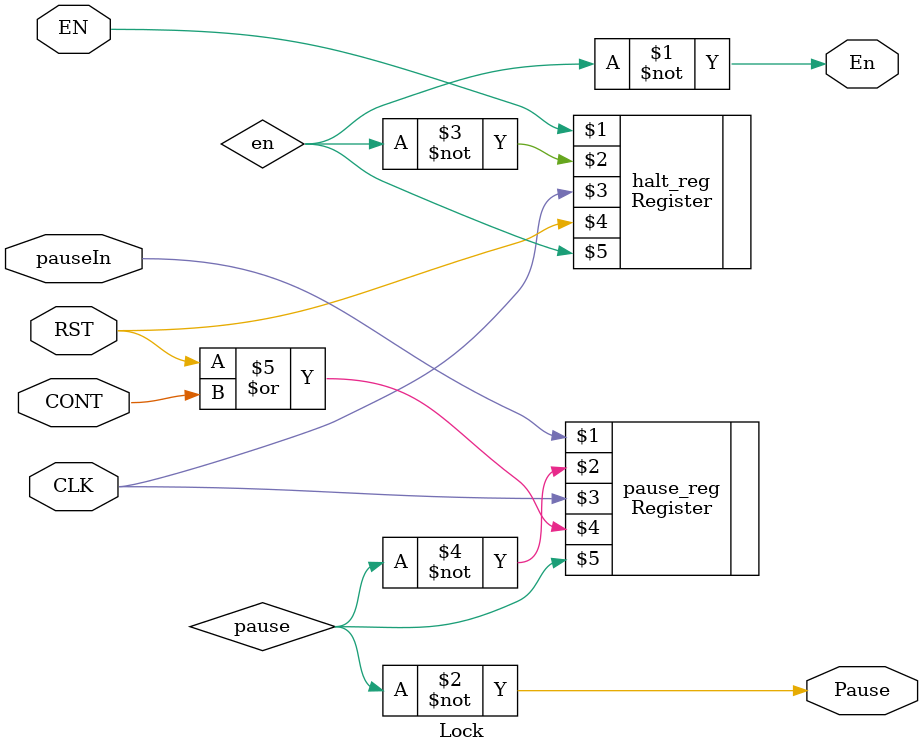
<source format=v>
`timescale 1ns / 1ps


module Lock(EN, CLK, RST, CONT, pauseIn, En, Pause);
	input EN, CLK, RST, CONT, pauseIn;
	output En, Pause;
	wire en, pause;
	assign En = ~en;
	assign Pause = ~pause;
	Register halt_reg(EN, ~en, CLK, RST, en);
	Register pause_reg(pauseIn, ~pause, CLK, RST | CONT, pause);
endmodule

</source>
